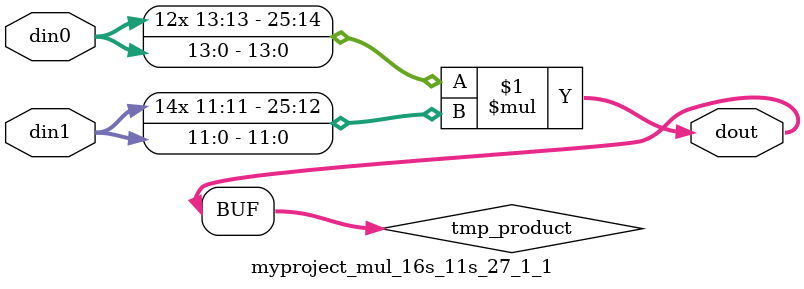
<source format=v>

`timescale 1 ns / 1 ps

  module myproject_mul_16s_11s_27_1_1(din0, din1, dout);
parameter ID = 1;
parameter NUM_STAGE = 0;
parameter din0_WIDTH = 14;
parameter din1_WIDTH = 12;
parameter dout_WIDTH = 26;

input [din0_WIDTH - 1 : 0] din0; 
input [din1_WIDTH - 1 : 0] din1; 
output [dout_WIDTH - 1 : 0] dout;

wire signed [dout_WIDTH - 1 : 0] tmp_product;













assign tmp_product = $signed(din0) * $signed(din1);








assign dout = tmp_product;







endmodule

</source>
